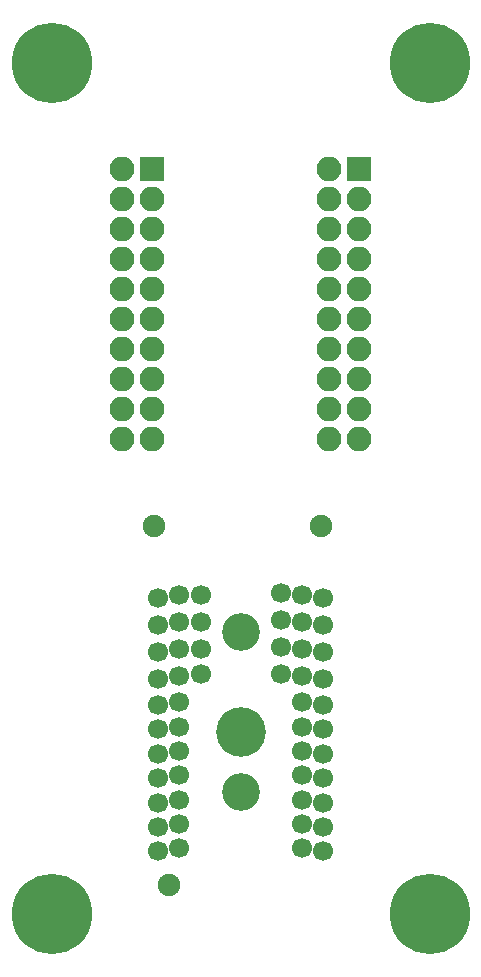
<source format=gbs>
G04 #@! TF.FileFunction,Soldermask,Bot*
%FSLAX46Y46*%
G04 Gerber Fmt 4.6, Leading zero omitted, Abs format (unit mm)*
G04 Created by KiCad (PCBNEW 4.0.6) date 03/31/18 20:42:20*
%MOMM*%
%LPD*%
G01*
G04 APERTURE LIST*
%ADD10C,0.100000*%
%ADD11C,6.800000*%
%ADD12O,1.900000X1.900000*%
%ADD13C,3.200000*%
%ADD14C,4.200000*%
%ADD15C,1.700000*%
%ADD16R,2.100000X2.100000*%
%ADD17O,2.100000X2.100000*%
G04 APERTURE END LIST*
D10*
D11*
X116000000Y-96000000D03*
X84000000Y-96000000D03*
X84000000Y-24000000D03*
D12*
X92700000Y-63200000D03*
X106800000Y-63200000D03*
D13*
X100000000Y-72200000D03*
D14*
X100000000Y-80650000D03*
D15*
X93020000Y-90700000D03*
X94820000Y-90450000D03*
X96620000Y-75700000D03*
X106980000Y-90700000D03*
X105180000Y-90450000D03*
X106980000Y-88650000D03*
X106980000Y-86600000D03*
X106980000Y-84550000D03*
X106980000Y-82500000D03*
X106980000Y-80400000D03*
X106980000Y-78300000D03*
X106980000Y-76100000D03*
X106980000Y-73820000D03*
X106980000Y-71540000D03*
X106980000Y-69260000D03*
X105180000Y-88400000D03*
X105180000Y-86350000D03*
X105180000Y-84300000D03*
X105180000Y-82250000D03*
X105180000Y-80200000D03*
X105180000Y-78100000D03*
X105180000Y-75900000D03*
X105180000Y-73620000D03*
X105180000Y-71340000D03*
X105180000Y-69060000D03*
X103380000Y-75700000D03*
X103380000Y-73420000D03*
X103380000Y-71140000D03*
X103380000Y-68860000D03*
X96620000Y-73620000D03*
X96620000Y-71340000D03*
X96620000Y-69060000D03*
X93020000Y-88650000D03*
X93020000Y-86600000D03*
X93020000Y-84550000D03*
X93020000Y-82500000D03*
X93020000Y-80400000D03*
X93020000Y-78300000D03*
X93020000Y-76100000D03*
X93020000Y-73820000D03*
X93020000Y-71540000D03*
X93020000Y-69260000D03*
X94820000Y-88400000D03*
X94820000Y-86350000D03*
X94820000Y-84300000D03*
X94820000Y-82250000D03*
X94820000Y-80200000D03*
X94820000Y-78100000D03*
X94820000Y-75900000D03*
X94820000Y-73620000D03*
X94820000Y-71340000D03*
X94820000Y-69060000D03*
D13*
X100000000Y-85700000D03*
D12*
X93900000Y-93600000D03*
D16*
X92540000Y-33000000D03*
D17*
X90000000Y-33000000D03*
X92540000Y-35540000D03*
X90000000Y-35540000D03*
X92540000Y-38080000D03*
X90000000Y-38080000D03*
X92540000Y-40620000D03*
X90000000Y-40620000D03*
X92540000Y-43160000D03*
X90000000Y-43160000D03*
X92540000Y-45700000D03*
X90000000Y-45700000D03*
X92540000Y-48240000D03*
X90000000Y-48240000D03*
X92540000Y-50780000D03*
X90000000Y-50780000D03*
X92540000Y-53320000D03*
X90000000Y-53320000D03*
X92540000Y-55860000D03*
X90000000Y-55860000D03*
D16*
X110000000Y-33000000D03*
D17*
X107460000Y-33000000D03*
X110000000Y-35540000D03*
X107460000Y-35540000D03*
X110000000Y-38080000D03*
X107460000Y-38080000D03*
X110000000Y-40620000D03*
X107460000Y-40620000D03*
X110000000Y-43160000D03*
X107460000Y-43160000D03*
X110000000Y-45700000D03*
X107460000Y-45700000D03*
X110000000Y-48240000D03*
X107460000Y-48240000D03*
X110000000Y-50780000D03*
X107460000Y-50780000D03*
X110000000Y-53320000D03*
X107460000Y-53320000D03*
X110000000Y-55860000D03*
X107460000Y-55860000D03*
D11*
X116000000Y-24000000D03*
M02*

</source>
